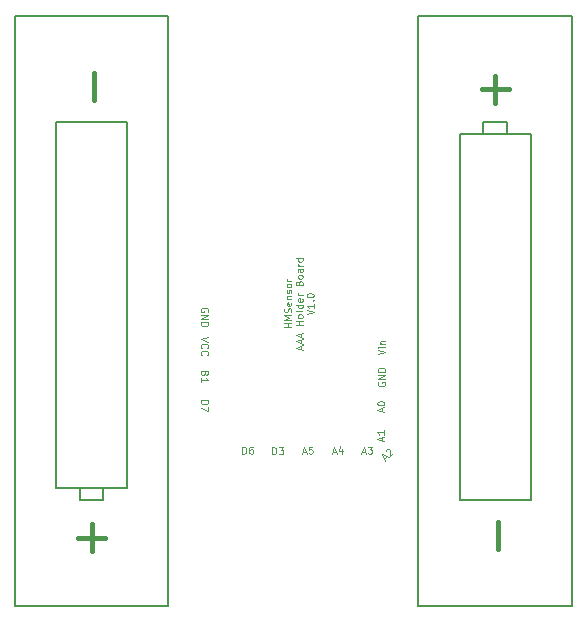
<source format=gto>
G04 #@! TF.FileFunction,Legend,Top*
%FSLAX46Y46*%
G04 Gerber Fmt 4.6, Leading zero omitted, Abs format (unit mm)*
G04 Created by KiCad (PCBNEW 4.0.2-stable) date 05.07.2017 20:40:53*
%MOMM*%
G01*
G04 APERTURE LIST*
%ADD10C,0.100000*%
%ADD11C,0.150000*%
%ADD12C,0.400000*%
G04 APERTURE END LIST*
D10*
X172004071Y-118175143D02*
X172604071Y-118175143D01*
X172604071Y-118318000D01*
X172575500Y-118403715D01*
X172518357Y-118460857D01*
X172461214Y-118489429D01*
X172346929Y-118518000D01*
X172261214Y-118518000D01*
X172146929Y-118489429D01*
X172089786Y-118460857D01*
X172032643Y-118403715D01*
X172004071Y-118318000D01*
X172004071Y-118175143D01*
X172604071Y-118718000D02*
X172604071Y-119118000D01*
X172004071Y-118860857D01*
X172318357Y-115898643D02*
X172289786Y-115984357D01*
X172261214Y-116012929D01*
X172204071Y-116041500D01*
X172118357Y-116041500D01*
X172061214Y-116012929D01*
X172032643Y-115984357D01*
X172004071Y-115927215D01*
X172004071Y-115698643D01*
X172604071Y-115698643D01*
X172604071Y-115898643D01*
X172575500Y-115955786D01*
X172546929Y-115984357D01*
X172489786Y-116012929D01*
X172432643Y-116012929D01*
X172375500Y-115984357D01*
X172346929Y-115955786D01*
X172318357Y-115898643D01*
X172318357Y-115698643D01*
X172004071Y-116612929D02*
X172004071Y-116270072D01*
X172004071Y-116441500D02*
X172604071Y-116441500D01*
X172518357Y-116384357D01*
X172461214Y-116327215D01*
X172432643Y-116270072D01*
X172604071Y-112801500D02*
X172004071Y-113001500D01*
X172604071Y-113201500D01*
X172061214Y-113744357D02*
X172032643Y-113715786D01*
X172004071Y-113630072D01*
X172004071Y-113572929D01*
X172032643Y-113487214D01*
X172089786Y-113430072D01*
X172146929Y-113401500D01*
X172261214Y-113372929D01*
X172346929Y-113372929D01*
X172461214Y-113401500D01*
X172518357Y-113430072D01*
X172575500Y-113487214D01*
X172604071Y-113572929D01*
X172604071Y-113630072D01*
X172575500Y-113715786D01*
X172546929Y-113744357D01*
X172061214Y-114344357D02*
X172032643Y-114315786D01*
X172004071Y-114230072D01*
X172004071Y-114172929D01*
X172032643Y-114087214D01*
X172089786Y-114030072D01*
X172146929Y-114001500D01*
X172261214Y-113972929D01*
X172346929Y-113972929D01*
X172461214Y-114001500D01*
X172518357Y-114030072D01*
X172575500Y-114087214D01*
X172604071Y-114172929D01*
X172604071Y-114230072D01*
X172575500Y-114315786D01*
X172546929Y-114344357D01*
X172575500Y-110667858D02*
X172604071Y-110610715D01*
X172604071Y-110525001D01*
X172575500Y-110439286D01*
X172518357Y-110382144D01*
X172461214Y-110353572D01*
X172346929Y-110325001D01*
X172261214Y-110325001D01*
X172146929Y-110353572D01*
X172089786Y-110382144D01*
X172032643Y-110439286D01*
X172004071Y-110525001D01*
X172004071Y-110582144D01*
X172032643Y-110667858D01*
X172061214Y-110696429D01*
X172261214Y-110696429D01*
X172261214Y-110582144D01*
X172004071Y-110953572D02*
X172604071Y-110953572D01*
X172004071Y-111296429D01*
X172604071Y-111296429D01*
X172004071Y-111582143D02*
X172604071Y-111582143D01*
X172604071Y-111725000D01*
X172575500Y-111810715D01*
X172518357Y-111867857D01*
X172461214Y-111896429D01*
X172346929Y-111925000D01*
X172261214Y-111925000D01*
X172146929Y-111896429D01*
X172089786Y-111867857D01*
X172032643Y-111810715D01*
X172004071Y-111725000D01*
X172004071Y-111582143D01*
X179671429Y-112010571D02*
X179071429Y-112010571D01*
X179357143Y-112010571D02*
X179357143Y-111667714D01*
X179671429Y-111667714D02*
X179071429Y-111667714D01*
X179671429Y-111382000D02*
X179071429Y-111382000D01*
X179500000Y-111182000D01*
X179071429Y-110982000D01*
X179671429Y-110982000D01*
X179642857Y-110724857D02*
X179671429Y-110639143D01*
X179671429Y-110496286D01*
X179642857Y-110439143D01*
X179614286Y-110410572D01*
X179557143Y-110382000D01*
X179500000Y-110382000D01*
X179442857Y-110410572D01*
X179414286Y-110439143D01*
X179385714Y-110496286D01*
X179357143Y-110610572D01*
X179328571Y-110667714D01*
X179300000Y-110696286D01*
X179242857Y-110724857D01*
X179185714Y-110724857D01*
X179128571Y-110696286D01*
X179100000Y-110667714D01*
X179071429Y-110610572D01*
X179071429Y-110467714D01*
X179100000Y-110382000D01*
X179642857Y-109896285D02*
X179671429Y-109953428D01*
X179671429Y-110067714D01*
X179642857Y-110124857D01*
X179585714Y-110153428D01*
X179357143Y-110153428D01*
X179300000Y-110124857D01*
X179271429Y-110067714D01*
X179271429Y-109953428D01*
X179300000Y-109896285D01*
X179357143Y-109867714D01*
X179414286Y-109867714D01*
X179471429Y-110153428D01*
X179271429Y-109610571D02*
X179671429Y-109610571D01*
X179328571Y-109610571D02*
X179300000Y-109581999D01*
X179271429Y-109524857D01*
X179271429Y-109439142D01*
X179300000Y-109381999D01*
X179357143Y-109353428D01*
X179671429Y-109353428D01*
X179642857Y-109096285D02*
X179671429Y-109039142D01*
X179671429Y-108924857D01*
X179642857Y-108867714D01*
X179585714Y-108839142D01*
X179557143Y-108839142D01*
X179500000Y-108867714D01*
X179471429Y-108924857D01*
X179471429Y-109010571D01*
X179442857Y-109067714D01*
X179385714Y-109096285D01*
X179357143Y-109096285D01*
X179300000Y-109067714D01*
X179271429Y-109010571D01*
X179271429Y-108924857D01*
X179300000Y-108867714D01*
X179671429Y-108496286D02*
X179642857Y-108553428D01*
X179614286Y-108582000D01*
X179557143Y-108610571D01*
X179385714Y-108610571D01*
X179328571Y-108582000D01*
X179300000Y-108553428D01*
X179271429Y-108496286D01*
X179271429Y-108410571D01*
X179300000Y-108353428D01*
X179328571Y-108324857D01*
X179385714Y-108296286D01*
X179557143Y-108296286D01*
X179614286Y-108324857D01*
X179642857Y-108353428D01*
X179671429Y-108410571D01*
X179671429Y-108496286D01*
X179671429Y-108039143D02*
X179271429Y-108039143D01*
X179385714Y-108039143D02*
X179328571Y-108010571D01*
X179300000Y-107982000D01*
X179271429Y-107924857D01*
X179271429Y-107867714D01*
X180440000Y-113853429D02*
X180440000Y-113567715D01*
X180611429Y-113910572D02*
X180011429Y-113710572D01*
X180611429Y-113510572D01*
X180440000Y-113339143D02*
X180440000Y-113053429D01*
X180611429Y-113396286D02*
X180011429Y-113196286D01*
X180611429Y-112996286D01*
X180440000Y-112824857D02*
X180440000Y-112539143D01*
X180611429Y-112882000D02*
X180011429Y-112682000D01*
X180611429Y-112482000D01*
X180611429Y-111824857D02*
X180011429Y-111824857D01*
X180297143Y-111824857D02*
X180297143Y-111482000D01*
X180611429Y-111482000D02*
X180011429Y-111482000D01*
X180611429Y-111110572D02*
X180582857Y-111167714D01*
X180554286Y-111196286D01*
X180497143Y-111224857D01*
X180325714Y-111224857D01*
X180268571Y-111196286D01*
X180240000Y-111167714D01*
X180211429Y-111110572D01*
X180211429Y-111024857D01*
X180240000Y-110967714D01*
X180268571Y-110939143D01*
X180325714Y-110910572D01*
X180497143Y-110910572D01*
X180554286Y-110939143D01*
X180582857Y-110967714D01*
X180611429Y-111024857D01*
X180611429Y-111110572D01*
X180611429Y-110567715D02*
X180582857Y-110624857D01*
X180525714Y-110653429D01*
X180011429Y-110653429D01*
X180611429Y-110082000D02*
X180011429Y-110082000D01*
X180582857Y-110082000D02*
X180611429Y-110139143D01*
X180611429Y-110253429D01*
X180582857Y-110310571D01*
X180554286Y-110339143D01*
X180497143Y-110367714D01*
X180325714Y-110367714D01*
X180268571Y-110339143D01*
X180240000Y-110310571D01*
X180211429Y-110253429D01*
X180211429Y-110139143D01*
X180240000Y-110082000D01*
X180582857Y-109567714D02*
X180611429Y-109624857D01*
X180611429Y-109739143D01*
X180582857Y-109796286D01*
X180525714Y-109824857D01*
X180297143Y-109824857D01*
X180240000Y-109796286D01*
X180211429Y-109739143D01*
X180211429Y-109624857D01*
X180240000Y-109567714D01*
X180297143Y-109539143D01*
X180354286Y-109539143D01*
X180411429Y-109824857D01*
X180611429Y-109282000D02*
X180211429Y-109282000D01*
X180325714Y-109282000D02*
X180268571Y-109253428D01*
X180240000Y-109224857D01*
X180211429Y-109167714D01*
X180211429Y-109110571D01*
X180297143Y-108253428D02*
X180325714Y-108167714D01*
X180354286Y-108139142D01*
X180411429Y-108110571D01*
X180497143Y-108110571D01*
X180554286Y-108139142D01*
X180582857Y-108167714D01*
X180611429Y-108224856D01*
X180611429Y-108453428D01*
X180011429Y-108453428D01*
X180011429Y-108253428D01*
X180040000Y-108196285D01*
X180068571Y-108167714D01*
X180125714Y-108139142D01*
X180182857Y-108139142D01*
X180240000Y-108167714D01*
X180268571Y-108196285D01*
X180297143Y-108253428D01*
X180297143Y-108453428D01*
X180611429Y-107767714D02*
X180582857Y-107824856D01*
X180554286Y-107853428D01*
X180497143Y-107881999D01*
X180325714Y-107881999D01*
X180268571Y-107853428D01*
X180240000Y-107824856D01*
X180211429Y-107767714D01*
X180211429Y-107681999D01*
X180240000Y-107624856D01*
X180268571Y-107596285D01*
X180325714Y-107567714D01*
X180497143Y-107567714D01*
X180554286Y-107596285D01*
X180582857Y-107624856D01*
X180611429Y-107681999D01*
X180611429Y-107767714D01*
X180611429Y-107053428D02*
X180297143Y-107053428D01*
X180240000Y-107081999D01*
X180211429Y-107139142D01*
X180211429Y-107253428D01*
X180240000Y-107310571D01*
X180582857Y-107053428D02*
X180611429Y-107110571D01*
X180611429Y-107253428D01*
X180582857Y-107310571D01*
X180525714Y-107339142D01*
X180468571Y-107339142D01*
X180411429Y-107310571D01*
X180382857Y-107253428D01*
X180382857Y-107110571D01*
X180354286Y-107053428D01*
X180611429Y-106767714D02*
X180211429Y-106767714D01*
X180325714Y-106767714D02*
X180268571Y-106739142D01*
X180240000Y-106710571D01*
X180211429Y-106653428D01*
X180211429Y-106596285D01*
X180611429Y-106139142D02*
X180011429Y-106139142D01*
X180582857Y-106139142D02*
X180611429Y-106196285D01*
X180611429Y-106310571D01*
X180582857Y-106367713D01*
X180554286Y-106396285D01*
X180497143Y-106424856D01*
X180325714Y-106424856D01*
X180268571Y-106396285D01*
X180240000Y-106367713D01*
X180211429Y-106310571D01*
X180211429Y-106196285D01*
X180240000Y-106139142D01*
X180951429Y-110896286D02*
X181551429Y-110696286D01*
X180951429Y-110496286D01*
X181551429Y-109982000D02*
X181551429Y-110324857D01*
X181551429Y-110153429D02*
X180951429Y-110153429D01*
X181037143Y-110210572D01*
X181094286Y-110267714D01*
X181122857Y-110324857D01*
X181494286Y-109724857D02*
X181522857Y-109696285D01*
X181551429Y-109724857D01*
X181522857Y-109753428D01*
X181494286Y-109724857D01*
X181551429Y-109724857D01*
X180951429Y-109324857D02*
X180951429Y-109267714D01*
X180980000Y-109210571D01*
X181008571Y-109182000D01*
X181065714Y-109153429D01*
X181180000Y-109124857D01*
X181322857Y-109124857D01*
X181437143Y-109153429D01*
X181494286Y-109182000D01*
X181522857Y-109210571D01*
X181551429Y-109267714D01*
X181551429Y-109324857D01*
X181522857Y-109382000D01*
X181494286Y-109410571D01*
X181437143Y-109439143D01*
X181322857Y-109467714D01*
X181180000Y-109467714D01*
X181065714Y-109439143D01*
X181008571Y-109410571D01*
X180980000Y-109382000D01*
X180951429Y-109324857D01*
X186996429Y-114279285D02*
X187596429Y-114079285D01*
X186996429Y-113879285D01*
X187596429Y-113679285D02*
X187196429Y-113679285D01*
X186996429Y-113679285D02*
X187025000Y-113707856D01*
X187053571Y-113679285D01*
X187025000Y-113650713D01*
X186996429Y-113679285D01*
X187053571Y-113679285D01*
X187196429Y-113393571D02*
X187596429Y-113393571D01*
X187253571Y-113393571D02*
X187225000Y-113364999D01*
X187196429Y-113307857D01*
X187196429Y-113222142D01*
X187225000Y-113164999D01*
X187282143Y-113136428D01*
X187596429Y-113136428D01*
X175515643Y-122699429D02*
X175515643Y-122099429D01*
X175658500Y-122099429D01*
X175744215Y-122128000D01*
X175801357Y-122185143D01*
X175829929Y-122242286D01*
X175858500Y-122356571D01*
X175858500Y-122442286D01*
X175829929Y-122556571D01*
X175801357Y-122613714D01*
X175744215Y-122670857D01*
X175658500Y-122699429D01*
X175515643Y-122699429D01*
X176372786Y-122099429D02*
X176258500Y-122099429D01*
X176201357Y-122128000D01*
X176172786Y-122156571D01*
X176115643Y-122242286D01*
X176087072Y-122356571D01*
X176087072Y-122585143D01*
X176115643Y-122642286D01*
X176144215Y-122670857D01*
X176201357Y-122699429D01*
X176315643Y-122699429D01*
X176372786Y-122670857D01*
X176401357Y-122642286D01*
X176429929Y-122585143D01*
X176429929Y-122442286D01*
X176401357Y-122385143D01*
X176372786Y-122356571D01*
X176315643Y-122328000D01*
X176201357Y-122328000D01*
X176144215Y-122356571D01*
X176115643Y-122385143D01*
X176087072Y-122442286D01*
X178055643Y-122762929D02*
X178055643Y-122162929D01*
X178198500Y-122162929D01*
X178284215Y-122191500D01*
X178341357Y-122248643D01*
X178369929Y-122305786D01*
X178398500Y-122420071D01*
X178398500Y-122505786D01*
X178369929Y-122620071D01*
X178341357Y-122677214D01*
X178284215Y-122734357D01*
X178198500Y-122762929D01*
X178055643Y-122762929D01*
X178598500Y-122162929D02*
X178969929Y-122162929D01*
X178769929Y-122391500D01*
X178855643Y-122391500D01*
X178912786Y-122420071D01*
X178941357Y-122448643D01*
X178969929Y-122505786D01*
X178969929Y-122648643D01*
X178941357Y-122705786D01*
X178912786Y-122734357D01*
X178855643Y-122762929D01*
X178684215Y-122762929D01*
X178627072Y-122734357D01*
X178598500Y-122705786D01*
X180609929Y-122528000D02*
X180895643Y-122528000D01*
X180552786Y-122699429D02*
X180752786Y-122099429D01*
X180952786Y-122699429D01*
X181438500Y-122099429D02*
X181152786Y-122099429D01*
X181124215Y-122385143D01*
X181152786Y-122356571D01*
X181209929Y-122328000D01*
X181352786Y-122328000D01*
X181409929Y-122356571D01*
X181438500Y-122385143D01*
X181467072Y-122442286D01*
X181467072Y-122585143D01*
X181438500Y-122642286D01*
X181409929Y-122670857D01*
X181352786Y-122699429D01*
X181209929Y-122699429D01*
X181152786Y-122670857D01*
X181124215Y-122642286D01*
X183149929Y-122528000D02*
X183435643Y-122528000D01*
X183092786Y-122699429D02*
X183292786Y-122099429D01*
X183492786Y-122699429D01*
X183949929Y-122299429D02*
X183949929Y-122699429D01*
X183807072Y-122070857D02*
X183664215Y-122499429D01*
X184035643Y-122499429D01*
X185626429Y-122528000D02*
X185912143Y-122528000D01*
X185569286Y-122699429D02*
X185769286Y-122099429D01*
X185969286Y-122699429D01*
X186112143Y-122099429D02*
X186483572Y-122099429D01*
X186283572Y-122328000D01*
X186369286Y-122328000D01*
X186426429Y-122356571D01*
X186455000Y-122385143D01*
X186483572Y-122442286D01*
X186483572Y-122585143D01*
X186455000Y-122642286D01*
X186426429Y-122670857D01*
X186369286Y-122699429D01*
X186197858Y-122699429D01*
X186140715Y-122670857D01*
X186112143Y-122642286D01*
X187537165Y-123119256D02*
X187739196Y-122917226D01*
X187617978Y-123280881D02*
X187335135Y-122715196D01*
X187900820Y-122998038D01*
X187638180Y-122492961D02*
X187638180Y-122452556D01*
X187658384Y-122391947D01*
X187759399Y-122290931D01*
X187820008Y-122270728D01*
X187860413Y-122270728D01*
X187921023Y-122290931D01*
X187961429Y-122331337D01*
X188001835Y-122412149D01*
X188001835Y-122897023D01*
X188264475Y-122634383D01*
X187361500Y-121586571D02*
X187361500Y-121300857D01*
X187532929Y-121643714D02*
X186932929Y-121443714D01*
X187532929Y-121243714D01*
X187532929Y-120729428D02*
X187532929Y-121072285D01*
X187532929Y-120900857D02*
X186932929Y-120900857D01*
X187018643Y-120958000D01*
X187075786Y-121015142D01*
X187104357Y-121072285D01*
X187361500Y-119110071D02*
X187361500Y-118824357D01*
X187532929Y-119167214D02*
X186932929Y-118967214D01*
X187532929Y-118767214D01*
X186932929Y-118452928D02*
X186932929Y-118395785D01*
X186961500Y-118338642D01*
X186990071Y-118310071D01*
X187047214Y-118281500D01*
X187161500Y-118252928D01*
X187304357Y-118252928D01*
X187418643Y-118281500D01*
X187475786Y-118310071D01*
X187504357Y-118338642D01*
X187532929Y-118395785D01*
X187532929Y-118452928D01*
X187504357Y-118510071D01*
X187475786Y-118538642D01*
X187418643Y-118567214D01*
X187304357Y-118595785D01*
X187161500Y-118595785D01*
X187047214Y-118567214D01*
X186990071Y-118538642D01*
X186961500Y-118510071D01*
X186932929Y-118452928D01*
X187025000Y-116662142D02*
X186996429Y-116719285D01*
X186996429Y-116804999D01*
X187025000Y-116890714D01*
X187082143Y-116947856D01*
X187139286Y-116976428D01*
X187253571Y-117004999D01*
X187339286Y-117004999D01*
X187453571Y-116976428D01*
X187510714Y-116947856D01*
X187567857Y-116890714D01*
X187596429Y-116804999D01*
X187596429Y-116747856D01*
X187567857Y-116662142D01*
X187539286Y-116633571D01*
X187339286Y-116633571D01*
X187339286Y-116747856D01*
X187596429Y-116376428D02*
X186996429Y-116376428D01*
X187596429Y-116033571D01*
X186996429Y-116033571D01*
X187596429Y-115747857D02*
X186996429Y-115747857D01*
X186996429Y-115605000D01*
X187025000Y-115519285D01*
X187082143Y-115462143D01*
X187139286Y-115433571D01*
X187253571Y-115405000D01*
X187339286Y-115405000D01*
X187453571Y-115433571D01*
X187510714Y-115462143D01*
X187567857Y-115519285D01*
X187596429Y-115605000D01*
X187596429Y-115747857D01*
D11*
X195913500Y-95617000D02*
X195913500Y-94617000D01*
X195913500Y-94617000D02*
X197913500Y-94617000D01*
X197913500Y-94617000D02*
X197913500Y-95617000D01*
X193913500Y-95617000D02*
X199913500Y-95617000D01*
X199913500Y-95617000D02*
X199913500Y-126617000D01*
X199913500Y-126617000D02*
X193913500Y-126617000D01*
X193913500Y-126617000D02*
X193913500Y-95617000D01*
X196913500Y-85617000D02*
X203413500Y-85617000D01*
X203413500Y-85617000D02*
X203413500Y-135617000D01*
X203413500Y-135617000D02*
X190413500Y-135617000D01*
X190413500Y-135617000D02*
X190413500Y-85617000D01*
X190413500Y-85617000D02*
X196913500Y-85617000D01*
X163750500Y-125617000D02*
X163750500Y-126617000D01*
X163750500Y-126617000D02*
X161750500Y-126617000D01*
X161750500Y-126617000D02*
X161750500Y-125617000D01*
X165750500Y-125617000D02*
X159750500Y-125617000D01*
X159750500Y-125617000D02*
X159750500Y-94617000D01*
X159750500Y-94617000D02*
X165750500Y-94617000D01*
X165750500Y-94617000D02*
X165750500Y-125617000D01*
X162750500Y-135617000D02*
X156250500Y-135617000D01*
X156250500Y-135617000D02*
X156250500Y-85617000D01*
X156250500Y-85617000D02*
X169250500Y-85617000D01*
X169250500Y-85617000D02*
X169250500Y-135617000D01*
X169250500Y-135617000D02*
X162750500Y-135617000D01*
D12*
X197127786Y-130759857D02*
X197127786Y-128474143D01*
X195770643Y-91831286D02*
X198056357Y-91831286D01*
X196913500Y-92974143D02*
X196913500Y-90688429D01*
X162964786Y-92759857D02*
X162964786Y-90474143D01*
X161607643Y-129831286D02*
X163893357Y-129831286D01*
X162750500Y-130974143D02*
X162750500Y-128688429D01*
M02*

</source>
